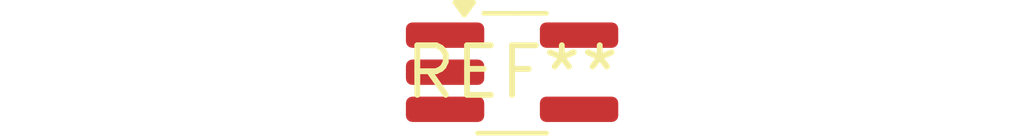
<source format=kicad_pcb>
(kicad_pcb (version 20240108) (generator pcbnew)
  (layers (0 "F.Cu" signal) (31 "B.Cu" signal) (34 "B.Paste" user) (35 "F.Paste" user) (36 "B.SilkS" user "B.Silkscreen") (37 "F.SilkS" user "F.Silkscreen") (38 "B.Mask" user) (39 "F.Mask" user) (44 "Edge.Cuts" user))
  (net 0 "")
  (footprint "TSOT-23-5_HandSoldering" (layer "F.Cu") (at 0 0)
    (property "Reference" "REF**")
    (property "Value" "TSOT-23-5_HandSoldering")
    (fp_line (start -0.88 1.56) (end 0.88 1.56) (layer "F.SilkS") (stroke (width 0.12)))
    (fp_line (start 0.08 -1.51) (end -0.72 -1.51) (layer "F.SilkS") (stroke (width 0.12)))
    (fp_line (start 0.08 -1.51) (end 0.88 -1.51) (layer "F.SilkS") (stroke (width 0.12)))
    (fp_poly (pts (xy -1.22 -1.46) (xy -1.46 -1.79) (xy -0.98 -1.79) (xy -1.22 -1.46)) (layer "F.SilkS") (stroke (width 0.12)) (fill solid))
    (pad "1" smd roundrect (at -1.71 -0.95) (size 2 0.65) (layers "F.Cu" "F.Paste" "F.Mask"))
    (pad "2" smd roundrect (at -1.71 0) (size 2 0.65) (layers "F.Cu" "F.Paste" "F.Mask"))
    (pad "3" smd roundrect (at -1.71 0.95) (size 2 0.65) (layers "F.Cu" "F.Paste" "F.Mask"))
    (pad "4" smd roundrect (at 1.71 0.95) (size 2 0.65) (layers "F.Cu" "F.Paste" "F.Mask"))
    (pad "5" smd roundrect (at 1.71 -0.95) (size 2 0.65) (layers "F.Cu" "F.Paste" "F.Mask"))
  )
)
</source>
